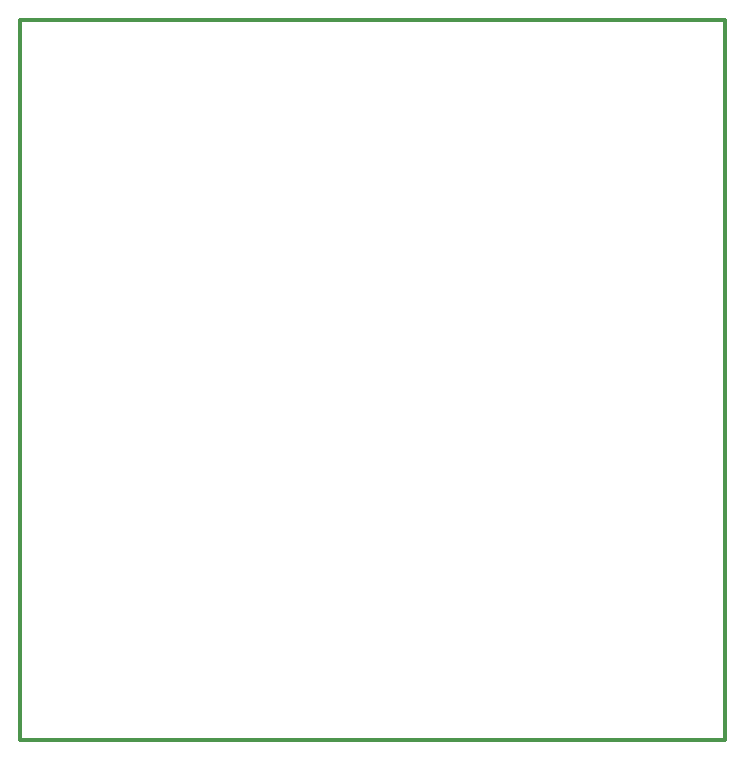
<source format=gbr>
G04 (created by PCBNEW-RS274X (2012-apr-16-27)-stable) date sáb 27 may 2017 18:23:09 VET*
G01*
G70*
G90*
%MOIN*%
G04 Gerber Fmt 3.4, Leading zero omitted, Abs format*
%FSLAX34Y34*%
G04 APERTURE LIST*
%ADD10C,0.006000*%
%ADD11C,0.012000*%
G04 APERTURE END LIST*
G54D10*
G54D11*
X56500Y-26000D02*
X55500Y-26000D01*
X79000Y-26000D02*
X56000Y-26000D01*
X79000Y-50000D02*
X79000Y-26000D01*
X55500Y-50000D02*
X79000Y-50000D01*
X55500Y-26000D02*
X55500Y-50000D01*
M02*

</source>
